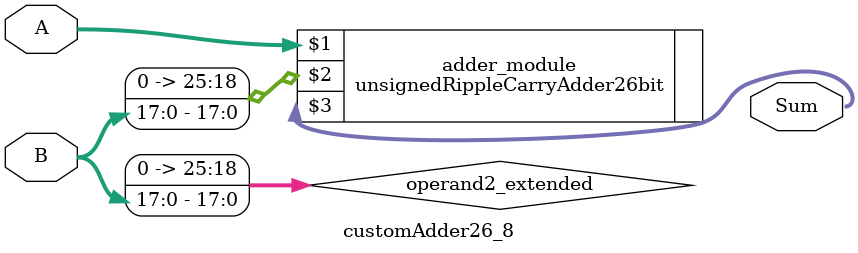
<source format=v>

module customAdder26_8(
                    input [25 : 0] A,
                    input [17 : 0] B,
                    
                    output [26 : 0] Sum
            );

    wire [25 : 0] operand2_extended;
    
    assign operand2_extended =  {8'b0, B};
    
    unsignedRippleCarryAdder26bit adder_module(
        A,
        operand2_extended,
        Sum
    );
    
endmodule
        
</source>
